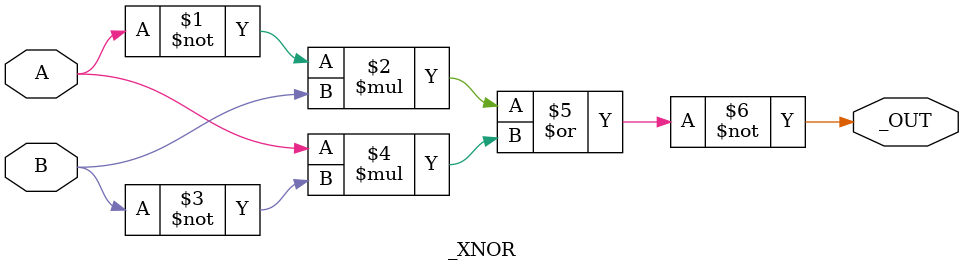
<source format=v>
module _XNOR(_OUT,A,B);
//start

 //declare
 input A,B;
 output _OUT;
 
 //operate
 assign _OUT=~((~A*B)|(A*~B));

//esc
endmodule
</source>
